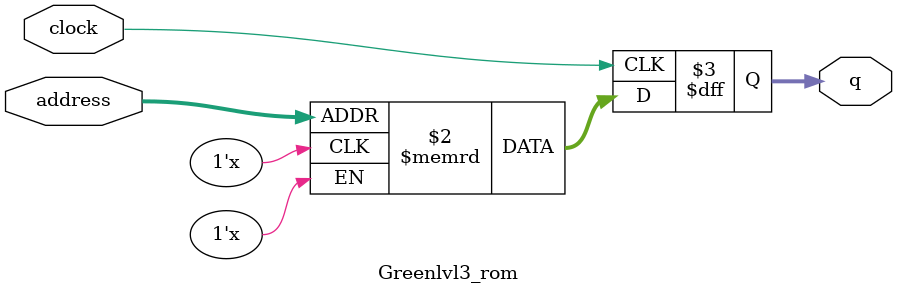
<source format=sv>
module Greenlvl3_rom (
	input logic clock,
	input logic [15:0] address,
	output logic [3:0] q
);

logic [3:0] memory [0:49139] /* synthesis ram_init_file = "C:\Users\David\Downloads\Final\Lab_6\highestresbackground\Greenlvl3\Greenlvl3.mif" */;

always_ff @ (posedge clock) begin
	q <= memory[address];
end

endmodule

</source>
